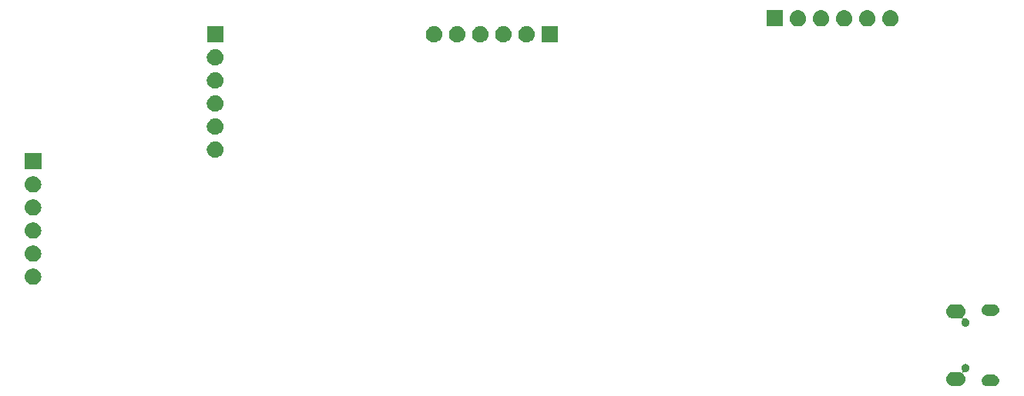
<source format=gbr>
G04 #@! TF.GenerationSoftware,KiCad,Pcbnew,(5.0.1)-3*
G04 #@! TF.CreationDate,2021-03-04T13:58:57-05:00*
G04 #@! TF.ProjectId,pilotage,70696C6F746167652E6B696361645F70,rev?*
G04 #@! TF.SameCoordinates,Original*
G04 #@! TF.FileFunction,Soldermask,Bot*
G04 #@! TF.FilePolarity,Negative*
%FSLAX46Y46*%
G04 Gerber Fmt 4.6, Leading zero omitted, Abs format (unit mm)*
G04 Created by KiCad (PCBNEW (5.0.1)-3) date 04/03/2021 13:58:57*
%MOMM*%
%LPD*%
G01*
G04 APERTURE LIST*
%ADD10C,0.100000*%
G04 APERTURE END LIST*
D10*
G36*
X186038413Y-96555525D02*
X186113456Y-96578290D01*
X186123425Y-96581314D01*
X186201774Y-96623193D01*
X186270448Y-96679552D01*
X186326807Y-96748226D01*
X186368686Y-96826575D01*
X186368687Y-96826579D01*
X186394475Y-96911587D01*
X186403182Y-97000000D01*
X186394475Y-97088413D01*
X186371710Y-97163456D01*
X186368686Y-97173425D01*
X186326807Y-97251774D01*
X186270448Y-97320448D01*
X186201774Y-97376807D01*
X186123425Y-97418686D01*
X186113456Y-97421710D01*
X186038413Y-97444475D01*
X185972158Y-97451000D01*
X185927842Y-97451000D01*
X185861589Y-97444475D01*
X185826511Y-97433833D01*
X185805476Y-97427453D01*
X185781449Y-97422673D01*
X185756945Y-97422673D01*
X185732911Y-97427453D01*
X185710272Y-97436830D01*
X185689897Y-97450444D01*
X185672570Y-97467770D01*
X185658956Y-97488145D01*
X185649578Y-97510784D01*
X185644797Y-97534817D01*
X185644797Y-97559321D01*
X185649577Y-97583355D01*
X185658954Y-97605994D01*
X185672568Y-97626369D01*
X185689895Y-97643696D01*
X185726368Y-97673630D01*
X185823341Y-97791790D01*
X185823342Y-97791792D01*
X185895399Y-97926601D01*
X185925408Y-98025529D01*
X185939772Y-98072881D01*
X185954754Y-98225000D01*
X185939772Y-98377119D01*
X185895398Y-98523401D01*
X185823341Y-98658210D01*
X185726369Y-98776369D01*
X185608210Y-98873341D01*
X185562043Y-98898018D01*
X185473399Y-98945399D01*
X185354352Y-98981511D01*
X185327119Y-98989772D01*
X185213118Y-99001000D01*
X184586882Y-99001000D01*
X184472881Y-98989772D01*
X184445648Y-98981511D01*
X184326601Y-98945399D01*
X184237957Y-98898018D01*
X184191790Y-98873341D01*
X184073631Y-98776369D01*
X183976659Y-98658210D01*
X183904602Y-98523401D01*
X183860228Y-98377119D01*
X183845246Y-98225000D01*
X183860228Y-98072881D01*
X183874592Y-98025529D01*
X183904601Y-97926601D01*
X183976658Y-97791792D01*
X183976659Y-97791790D01*
X184073631Y-97673631D01*
X184191790Y-97576659D01*
X184326599Y-97504602D01*
X184326601Y-97504601D01*
X184472878Y-97460229D01*
X184472881Y-97460228D01*
X184586882Y-97449000D01*
X185213118Y-97449000D01*
X185327119Y-97460228D01*
X185327122Y-97460229D01*
X185473399Y-97504601D01*
X185473401Y-97504602D01*
X185480792Y-97506844D01*
X185489246Y-97510345D01*
X185513279Y-97515123D01*
X185537784Y-97515121D01*
X185561817Y-97510338D01*
X185584455Y-97500959D01*
X185604828Y-97487344D01*
X185622154Y-97470015D01*
X185635766Y-97449639D01*
X185645142Y-97426999D01*
X185649920Y-97402966D01*
X185649918Y-97378461D01*
X185645135Y-97354428D01*
X185635756Y-97331790D01*
X185622150Y-97311429D01*
X185598504Y-97282615D01*
X185573193Y-97251775D01*
X185559809Y-97226735D01*
X185531314Y-97173425D01*
X185528290Y-97163456D01*
X185505525Y-97088413D01*
X185496818Y-97000000D01*
X185505525Y-96911587D01*
X185531313Y-96826579D01*
X185531314Y-96826575D01*
X185573193Y-96748226D01*
X185629552Y-96679552D01*
X185698226Y-96623193D01*
X185776575Y-96581314D01*
X185786544Y-96578290D01*
X185861587Y-96555525D01*
X185927842Y-96549000D01*
X185972158Y-96549000D01*
X186038413Y-96555525D01*
X186038413Y-96555525D01*
G37*
G36*
X189147714Y-97758058D02*
X189147717Y-97758059D01*
X189265719Y-97793854D01*
X189265721Y-97793855D01*
X189374471Y-97851983D01*
X189469790Y-97930210D01*
X189548017Y-98025529D01*
X189606145Y-98134279D01*
X189641942Y-98252286D01*
X189654028Y-98375000D01*
X189641942Y-98497714D01*
X189606145Y-98615721D01*
X189548017Y-98724471D01*
X189469790Y-98819790D01*
X189374471Y-98898017D01*
X189374469Y-98898018D01*
X189265719Y-98956146D01*
X189169683Y-98985278D01*
X189147714Y-98991942D01*
X189055747Y-99001000D01*
X188344253Y-99001000D01*
X188252286Y-98991942D01*
X188230317Y-98985278D01*
X188134281Y-98956146D01*
X188025531Y-98898018D01*
X188025529Y-98898017D01*
X187930210Y-98819790D01*
X187851983Y-98724471D01*
X187793855Y-98615721D01*
X187758058Y-98497714D01*
X187745972Y-98375000D01*
X187758058Y-98252286D01*
X187793855Y-98134279D01*
X187851983Y-98025529D01*
X187930210Y-97930210D01*
X188025529Y-97851983D01*
X188134279Y-97793855D01*
X188134281Y-97793854D01*
X188252283Y-97758059D01*
X188252286Y-97758058D01*
X188344253Y-97749000D01*
X189055747Y-97749000D01*
X189147714Y-97758058D01*
X189147714Y-97758058D01*
G37*
G36*
X185327119Y-90010228D02*
X185327122Y-90010229D01*
X185473399Y-90054601D01*
X185473401Y-90054602D01*
X185608210Y-90126659D01*
X185726369Y-90223631D01*
X185823341Y-90341790D01*
X185895398Y-90476599D01*
X185939772Y-90622881D01*
X185954754Y-90775000D01*
X185939772Y-90927119D01*
X185939771Y-90927122D01*
X185896494Y-91069790D01*
X185895398Y-91073401D01*
X185823341Y-91208210D01*
X185726368Y-91326370D01*
X185689895Y-91356304D01*
X185672568Y-91373631D01*
X185658954Y-91394006D01*
X185649577Y-91416645D01*
X185644797Y-91440678D01*
X185644797Y-91465183D01*
X185649578Y-91489216D01*
X185658956Y-91511855D01*
X185672570Y-91532229D01*
X185689897Y-91549556D01*
X185710272Y-91563170D01*
X185732911Y-91572547D01*
X185756944Y-91577327D01*
X185781449Y-91577327D01*
X185805476Y-91572547D01*
X185826511Y-91566167D01*
X185861589Y-91555525D01*
X185927842Y-91549000D01*
X185972158Y-91549000D01*
X186038413Y-91555525D01*
X186110281Y-91577327D01*
X186123425Y-91581314D01*
X186201774Y-91623193D01*
X186270448Y-91679552D01*
X186326807Y-91748226D01*
X186368686Y-91826575D01*
X186368687Y-91826579D01*
X186394475Y-91911587D01*
X186403182Y-92000000D01*
X186394475Y-92088413D01*
X186371710Y-92163456D01*
X186368686Y-92173425D01*
X186326807Y-92251774D01*
X186270448Y-92320448D01*
X186201774Y-92376807D01*
X186123425Y-92418686D01*
X186113456Y-92421710D01*
X186038413Y-92444475D01*
X185972158Y-92451000D01*
X185927842Y-92451000D01*
X185861587Y-92444475D01*
X185786544Y-92421710D01*
X185776575Y-92418686D01*
X185698226Y-92376807D01*
X185629552Y-92320448D01*
X185573193Y-92251774D01*
X185531314Y-92173425D01*
X185528290Y-92163456D01*
X185505525Y-92088413D01*
X185496818Y-92000000D01*
X185505525Y-91911587D01*
X185531313Y-91826579D01*
X185531314Y-91826575D01*
X185559809Y-91773265D01*
X185573193Y-91748225D01*
X185598504Y-91717385D01*
X185622150Y-91688571D01*
X185635761Y-91668202D01*
X185645138Y-91645563D01*
X185649919Y-91621529D01*
X185649919Y-91597025D01*
X185645139Y-91572992D01*
X185635762Y-91550352D01*
X185622148Y-91529978D01*
X185604821Y-91512650D01*
X185584447Y-91499036D01*
X185561808Y-91489659D01*
X185537774Y-91484878D01*
X185513270Y-91484878D01*
X185489237Y-91489658D01*
X185480788Y-91493157D01*
X185473401Y-91495398D01*
X185473399Y-91495399D01*
X185351985Y-91532229D01*
X185327119Y-91539772D01*
X185213118Y-91551000D01*
X184586882Y-91551000D01*
X184472881Y-91539772D01*
X184383471Y-91512650D01*
X184326601Y-91495399D01*
X184326599Y-91495398D01*
X184191790Y-91423341D01*
X184073631Y-91326369D01*
X183976659Y-91208210D01*
X183904602Y-91073401D01*
X183903507Y-91069790D01*
X183860229Y-90927122D01*
X183860228Y-90927119D01*
X183845246Y-90775000D01*
X183860228Y-90622881D01*
X183904602Y-90476599D01*
X183976659Y-90341790D01*
X184073631Y-90223631D01*
X184191790Y-90126659D01*
X184326599Y-90054602D01*
X184326601Y-90054601D01*
X184472878Y-90010229D01*
X184472881Y-90010228D01*
X184586882Y-89999000D01*
X185213118Y-89999000D01*
X185327119Y-90010228D01*
X185327119Y-90010228D01*
G37*
G36*
X189147714Y-90008058D02*
X189154871Y-90010229D01*
X189265719Y-90043854D01*
X189265721Y-90043855D01*
X189374471Y-90101983D01*
X189469790Y-90180210D01*
X189548017Y-90275529D01*
X189606145Y-90384279D01*
X189641942Y-90502286D01*
X189654028Y-90625000D01*
X189641942Y-90747714D01*
X189606145Y-90865721D01*
X189548017Y-90974471D01*
X189469790Y-91069790D01*
X189374471Y-91148017D01*
X189374469Y-91148018D01*
X189265719Y-91206146D01*
X189169683Y-91235278D01*
X189147714Y-91241942D01*
X189055747Y-91251000D01*
X188344253Y-91251000D01*
X188252286Y-91241942D01*
X188230317Y-91235278D01*
X188134281Y-91206146D01*
X188025531Y-91148018D01*
X188025529Y-91148017D01*
X187930210Y-91069790D01*
X187851983Y-90974471D01*
X187793855Y-90865721D01*
X187758058Y-90747714D01*
X187745972Y-90625000D01*
X187758058Y-90502286D01*
X187793855Y-90384279D01*
X187851983Y-90275529D01*
X187930210Y-90180210D01*
X188025529Y-90101983D01*
X188134279Y-90043855D01*
X188134281Y-90043854D01*
X188245129Y-90010229D01*
X188252286Y-90008058D01*
X188344253Y-89999000D01*
X189055747Y-89999000D01*
X189147714Y-90008058D01*
X189147714Y-90008058D01*
G37*
G36*
X83610443Y-86055519D02*
X83676627Y-86062037D01*
X83789853Y-86096384D01*
X83846467Y-86113557D01*
X83985087Y-86187652D01*
X84002991Y-86197222D01*
X84038729Y-86226552D01*
X84140186Y-86309814D01*
X84223448Y-86411271D01*
X84252778Y-86447009D01*
X84252779Y-86447011D01*
X84336443Y-86603533D01*
X84336443Y-86603534D01*
X84387963Y-86773373D01*
X84405359Y-86950000D01*
X84387963Y-87126627D01*
X84353616Y-87239853D01*
X84336443Y-87296467D01*
X84262348Y-87435087D01*
X84252778Y-87452991D01*
X84223448Y-87488729D01*
X84140186Y-87590186D01*
X84038729Y-87673448D01*
X84002991Y-87702778D01*
X84002989Y-87702779D01*
X83846467Y-87786443D01*
X83789853Y-87803616D01*
X83676627Y-87837963D01*
X83610442Y-87844482D01*
X83544260Y-87851000D01*
X83455740Y-87851000D01*
X83389558Y-87844482D01*
X83323373Y-87837963D01*
X83210147Y-87803616D01*
X83153533Y-87786443D01*
X82997011Y-87702779D01*
X82997009Y-87702778D01*
X82961271Y-87673448D01*
X82859814Y-87590186D01*
X82776552Y-87488729D01*
X82747222Y-87452991D01*
X82737652Y-87435087D01*
X82663557Y-87296467D01*
X82646384Y-87239853D01*
X82612037Y-87126627D01*
X82594641Y-86950000D01*
X82612037Y-86773373D01*
X82663557Y-86603534D01*
X82663557Y-86603533D01*
X82747221Y-86447011D01*
X82747222Y-86447009D01*
X82776552Y-86411271D01*
X82859814Y-86309814D01*
X82961271Y-86226552D01*
X82997009Y-86197222D01*
X83014913Y-86187652D01*
X83153533Y-86113557D01*
X83210147Y-86096384D01*
X83323373Y-86062037D01*
X83389557Y-86055519D01*
X83455740Y-86049000D01*
X83544260Y-86049000D01*
X83610443Y-86055519D01*
X83610443Y-86055519D01*
G37*
G36*
X83610442Y-83515518D02*
X83676627Y-83522037D01*
X83789853Y-83556384D01*
X83846467Y-83573557D01*
X83985087Y-83647652D01*
X84002991Y-83657222D01*
X84038729Y-83686552D01*
X84140186Y-83769814D01*
X84223448Y-83871271D01*
X84252778Y-83907009D01*
X84252779Y-83907011D01*
X84336443Y-84063533D01*
X84336443Y-84063534D01*
X84387963Y-84233373D01*
X84405359Y-84410000D01*
X84387963Y-84586627D01*
X84353616Y-84699853D01*
X84336443Y-84756467D01*
X84262348Y-84895087D01*
X84252778Y-84912991D01*
X84223448Y-84948729D01*
X84140186Y-85050186D01*
X84038729Y-85133448D01*
X84002991Y-85162778D01*
X84002989Y-85162779D01*
X83846467Y-85246443D01*
X83789853Y-85263616D01*
X83676627Y-85297963D01*
X83610443Y-85304481D01*
X83544260Y-85311000D01*
X83455740Y-85311000D01*
X83389557Y-85304481D01*
X83323373Y-85297963D01*
X83210147Y-85263616D01*
X83153533Y-85246443D01*
X82997011Y-85162779D01*
X82997009Y-85162778D01*
X82961271Y-85133448D01*
X82859814Y-85050186D01*
X82776552Y-84948729D01*
X82747222Y-84912991D01*
X82737652Y-84895087D01*
X82663557Y-84756467D01*
X82646384Y-84699853D01*
X82612037Y-84586627D01*
X82594641Y-84410000D01*
X82612037Y-84233373D01*
X82663557Y-84063534D01*
X82663557Y-84063533D01*
X82747221Y-83907011D01*
X82747222Y-83907009D01*
X82776552Y-83871271D01*
X82859814Y-83769814D01*
X82961271Y-83686552D01*
X82997009Y-83657222D01*
X83014913Y-83647652D01*
X83153533Y-83573557D01*
X83210147Y-83556384D01*
X83323373Y-83522037D01*
X83389558Y-83515518D01*
X83455740Y-83509000D01*
X83544260Y-83509000D01*
X83610442Y-83515518D01*
X83610442Y-83515518D01*
G37*
G36*
X83610442Y-80975518D02*
X83676627Y-80982037D01*
X83789853Y-81016384D01*
X83846467Y-81033557D01*
X83985087Y-81107652D01*
X84002991Y-81117222D01*
X84038729Y-81146552D01*
X84140186Y-81229814D01*
X84223448Y-81331271D01*
X84252778Y-81367009D01*
X84252779Y-81367011D01*
X84336443Y-81523533D01*
X84336443Y-81523534D01*
X84387963Y-81693373D01*
X84405359Y-81870000D01*
X84387963Y-82046627D01*
X84353616Y-82159853D01*
X84336443Y-82216467D01*
X84262348Y-82355087D01*
X84252778Y-82372991D01*
X84223448Y-82408729D01*
X84140186Y-82510186D01*
X84038729Y-82593448D01*
X84002991Y-82622778D01*
X84002989Y-82622779D01*
X83846467Y-82706443D01*
X83789853Y-82723616D01*
X83676627Y-82757963D01*
X83610443Y-82764481D01*
X83544260Y-82771000D01*
X83455740Y-82771000D01*
X83389557Y-82764481D01*
X83323373Y-82757963D01*
X83210147Y-82723616D01*
X83153533Y-82706443D01*
X82997011Y-82622779D01*
X82997009Y-82622778D01*
X82961271Y-82593448D01*
X82859814Y-82510186D01*
X82776552Y-82408729D01*
X82747222Y-82372991D01*
X82737652Y-82355087D01*
X82663557Y-82216467D01*
X82646384Y-82159853D01*
X82612037Y-82046627D01*
X82594641Y-81870000D01*
X82612037Y-81693373D01*
X82663557Y-81523534D01*
X82663557Y-81523533D01*
X82747221Y-81367011D01*
X82747222Y-81367009D01*
X82776552Y-81331271D01*
X82859814Y-81229814D01*
X82961271Y-81146552D01*
X82997009Y-81117222D01*
X83014913Y-81107652D01*
X83153533Y-81033557D01*
X83210147Y-81016384D01*
X83323373Y-80982037D01*
X83389558Y-80975518D01*
X83455740Y-80969000D01*
X83544260Y-80969000D01*
X83610442Y-80975518D01*
X83610442Y-80975518D01*
G37*
G36*
X83610443Y-78435519D02*
X83676627Y-78442037D01*
X83789853Y-78476384D01*
X83846467Y-78493557D01*
X83985087Y-78567652D01*
X84002991Y-78577222D01*
X84038729Y-78606552D01*
X84140186Y-78689814D01*
X84223448Y-78791271D01*
X84252778Y-78827009D01*
X84252779Y-78827011D01*
X84336443Y-78983533D01*
X84336443Y-78983534D01*
X84387963Y-79153373D01*
X84405359Y-79330000D01*
X84387963Y-79506627D01*
X84353616Y-79619853D01*
X84336443Y-79676467D01*
X84262348Y-79815087D01*
X84252778Y-79832991D01*
X84223448Y-79868729D01*
X84140186Y-79970186D01*
X84038729Y-80053448D01*
X84002991Y-80082778D01*
X84002989Y-80082779D01*
X83846467Y-80166443D01*
X83789853Y-80183616D01*
X83676627Y-80217963D01*
X83610442Y-80224482D01*
X83544260Y-80231000D01*
X83455740Y-80231000D01*
X83389558Y-80224482D01*
X83323373Y-80217963D01*
X83210147Y-80183616D01*
X83153533Y-80166443D01*
X82997011Y-80082779D01*
X82997009Y-80082778D01*
X82961271Y-80053448D01*
X82859814Y-79970186D01*
X82776552Y-79868729D01*
X82747222Y-79832991D01*
X82737652Y-79815087D01*
X82663557Y-79676467D01*
X82646384Y-79619853D01*
X82612037Y-79506627D01*
X82594641Y-79330000D01*
X82612037Y-79153373D01*
X82663557Y-78983534D01*
X82663557Y-78983533D01*
X82747221Y-78827011D01*
X82747222Y-78827009D01*
X82776552Y-78791271D01*
X82859814Y-78689814D01*
X82961271Y-78606552D01*
X82997009Y-78577222D01*
X83014913Y-78567652D01*
X83153533Y-78493557D01*
X83210147Y-78476384D01*
X83323373Y-78442037D01*
X83389557Y-78435519D01*
X83455740Y-78429000D01*
X83544260Y-78429000D01*
X83610443Y-78435519D01*
X83610443Y-78435519D01*
G37*
G36*
X83610443Y-75895519D02*
X83676627Y-75902037D01*
X83789853Y-75936384D01*
X83846467Y-75953557D01*
X83985087Y-76027652D01*
X84002991Y-76037222D01*
X84038729Y-76066552D01*
X84140186Y-76149814D01*
X84223448Y-76251271D01*
X84252778Y-76287009D01*
X84252779Y-76287011D01*
X84336443Y-76443533D01*
X84336443Y-76443534D01*
X84387963Y-76613373D01*
X84405359Y-76790000D01*
X84387963Y-76966627D01*
X84353616Y-77079853D01*
X84336443Y-77136467D01*
X84262348Y-77275087D01*
X84252778Y-77292991D01*
X84223448Y-77328729D01*
X84140186Y-77430186D01*
X84038729Y-77513448D01*
X84002991Y-77542778D01*
X84002989Y-77542779D01*
X83846467Y-77626443D01*
X83789853Y-77643616D01*
X83676627Y-77677963D01*
X83610442Y-77684482D01*
X83544260Y-77691000D01*
X83455740Y-77691000D01*
X83389558Y-77684482D01*
X83323373Y-77677963D01*
X83210147Y-77643616D01*
X83153533Y-77626443D01*
X82997011Y-77542779D01*
X82997009Y-77542778D01*
X82961271Y-77513448D01*
X82859814Y-77430186D01*
X82776552Y-77328729D01*
X82747222Y-77292991D01*
X82737652Y-77275087D01*
X82663557Y-77136467D01*
X82646384Y-77079853D01*
X82612037Y-76966627D01*
X82594641Y-76790000D01*
X82612037Y-76613373D01*
X82663557Y-76443534D01*
X82663557Y-76443533D01*
X82747221Y-76287011D01*
X82747222Y-76287009D01*
X82776552Y-76251271D01*
X82859814Y-76149814D01*
X82961271Y-76066552D01*
X82997009Y-76037222D01*
X83014913Y-76027652D01*
X83153533Y-75953557D01*
X83210147Y-75936384D01*
X83323373Y-75902037D01*
X83389557Y-75895519D01*
X83455740Y-75889000D01*
X83544260Y-75889000D01*
X83610443Y-75895519D01*
X83610443Y-75895519D01*
G37*
G36*
X84401000Y-75151000D02*
X82599000Y-75151000D01*
X82599000Y-73349000D01*
X84401000Y-73349000D01*
X84401000Y-75151000D01*
X84401000Y-75151000D01*
G37*
G36*
X103610443Y-72055519D02*
X103676627Y-72062037D01*
X103789853Y-72096384D01*
X103846467Y-72113557D01*
X103985087Y-72187652D01*
X104002991Y-72197222D01*
X104038729Y-72226552D01*
X104140186Y-72309814D01*
X104223448Y-72411271D01*
X104252778Y-72447009D01*
X104252779Y-72447011D01*
X104336443Y-72603533D01*
X104336443Y-72603534D01*
X104387963Y-72773373D01*
X104405359Y-72950000D01*
X104387963Y-73126627D01*
X104353616Y-73239853D01*
X104336443Y-73296467D01*
X104308363Y-73349000D01*
X104252778Y-73452991D01*
X104223448Y-73488729D01*
X104140186Y-73590186D01*
X104038729Y-73673448D01*
X104002991Y-73702778D01*
X104002989Y-73702779D01*
X103846467Y-73786443D01*
X103789853Y-73803616D01*
X103676627Y-73837963D01*
X103610442Y-73844482D01*
X103544260Y-73851000D01*
X103455740Y-73851000D01*
X103389558Y-73844482D01*
X103323373Y-73837963D01*
X103210147Y-73803616D01*
X103153533Y-73786443D01*
X102997011Y-73702779D01*
X102997009Y-73702778D01*
X102961271Y-73673448D01*
X102859814Y-73590186D01*
X102776552Y-73488729D01*
X102747222Y-73452991D01*
X102691637Y-73349000D01*
X102663557Y-73296467D01*
X102646384Y-73239853D01*
X102612037Y-73126627D01*
X102594641Y-72950000D01*
X102612037Y-72773373D01*
X102663557Y-72603534D01*
X102663557Y-72603533D01*
X102747221Y-72447011D01*
X102747222Y-72447009D01*
X102776552Y-72411271D01*
X102859814Y-72309814D01*
X102961271Y-72226552D01*
X102997009Y-72197222D01*
X103014913Y-72187652D01*
X103153533Y-72113557D01*
X103210147Y-72096384D01*
X103323373Y-72062037D01*
X103389557Y-72055519D01*
X103455740Y-72049000D01*
X103544260Y-72049000D01*
X103610443Y-72055519D01*
X103610443Y-72055519D01*
G37*
G36*
X103610442Y-69515518D02*
X103676627Y-69522037D01*
X103789853Y-69556384D01*
X103846467Y-69573557D01*
X103985087Y-69647652D01*
X104002991Y-69657222D01*
X104038729Y-69686552D01*
X104140186Y-69769814D01*
X104223448Y-69871271D01*
X104252778Y-69907009D01*
X104252779Y-69907011D01*
X104336443Y-70063533D01*
X104336443Y-70063534D01*
X104387963Y-70233373D01*
X104405359Y-70410000D01*
X104387963Y-70586627D01*
X104353616Y-70699853D01*
X104336443Y-70756467D01*
X104262348Y-70895087D01*
X104252778Y-70912991D01*
X104223448Y-70948729D01*
X104140186Y-71050186D01*
X104038729Y-71133448D01*
X104002991Y-71162778D01*
X104002989Y-71162779D01*
X103846467Y-71246443D01*
X103789853Y-71263616D01*
X103676627Y-71297963D01*
X103610443Y-71304481D01*
X103544260Y-71311000D01*
X103455740Y-71311000D01*
X103389557Y-71304481D01*
X103323373Y-71297963D01*
X103210147Y-71263616D01*
X103153533Y-71246443D01*
X102997011Y-71162779D01*
X102997009Y-71162778D01*
X102961271Y-71133448D01*
X102859814Y-71050186D01*
X102776552Y-70948729D01*
X102747222Y-70912991D01*
X102737652Y-70895087D01*
X102663557Y-70756467D01*
X102646384Y-70699853D01*
X102612037Y-70586627D01*
X102594641Y-70410000D01*
X102612037Y-70233373D01*
X102663557Y-70063534D01*
X102663557Y-70063533D01*
X102747221Y-69907011D01*
X102747222Y-69907009D01*
X102776552Y-69871271D01*
X102859814Y-69769814D01*
X102961271Y-69686552D01*
X102997009Y-69657222D01*
X103014913Y-69647652D01*
X103153533Y-69573557D01*
X103210147Y-69556384D01*
X103323373Y-69522037D01*
X103389558Y-69515518D01*
X103455740Y-69509000D01*
X103544260Y-69509000D01*
X103610442Y-69515518D01*
X103610442Y-69515518D01*
G37*
G36*
X103610443Y-66975519D02*
X103676627Y-66982037D01*
X103789853Y-67016384D01*
X103846467Y-67033557D01*
X103985087Y-67107652D01*
X104002991Y-67117222D01*
X104038729Y-67146552D01*
X104140186Y-67229814D01*
X104223448Y-67331271D01*
X104252778Y-67367009D01*
X104252779Y-67367011D01*
X104336443Y-67523533D01*
X104336443Y-67523534D01*
X104387963Y-67693373D01*
X104405359Y-67870000D01*
X104387963Y-68046627D01*
X104353616Y-68159853D01*
X104336443Y-68216467D01*
X104262348Y-68355087D01*
X104252778Y-68372991D01*
X104223448Y-68408729D01*
X104140186Y-68510186D01*
X104038729Y-68593448D01*
X104002991Y-68622778D01*
X104002989Y-68622779D01*
X103846467Y-68706443D01*
X103789853Y-68723616D01*
X103676627Y-68757963D01*
X103610442Y-68764482D01*
X103544260Y-68771000D01*
X103455740Y-68771000D01*
X103389558Y-68764482D01*
X103323373Y-68757963D01*
X103210147Y-68723616D01*
X103153533Y-68706443D01*
X102997011Y-68622779D01*
X102997009Y-68622778D01*
X102961271Y-68593448D01*
X102859814Y-68510186D01*
X102776552Y-68408729D01*
X102747222Y-68372991D01*
X102737652Y-68355087D01*
X102663557Y-68216467D01*
X102646384Y-68159853D01*
X102612037Y-68046627D01*
X102594641Y-67870000D01*
X102612037Y-67693373D01*
X102663557Y-67523534D01*
X102663557Y-67523533D01*
X102747221Y-67367011D01*
X102747222Y-67367009D01*
X102776552Y-67331271D01*
X102859814Y-67229814D01*
X102961271Y-67146552D01*
X102997009Y-67117222D01*
X103014913Y-67107652D01*
X103153533Y-67033557D01*
X103210147Y-67016384D01*
X103323373Y-66982037D01*
X103389557Y-66975519D01*
X103455740Y-66969000D01*
X103544260Y-66969000D01*
X103610443Y-66975519D01*
X103610443Y-66975519D01*
G37*
G36*
X103610442Y-64435518D02*
X103676627Y-64442037D01*
X103789853Y-64476384D01*
X103846467Y-64493557D01*
X103985087Y-64567652D01*
X104002991Y-64577222D01*
X104038729Y-64606552D01*
X104140186Y-64689814D01*
X104223448Y-64791271D01*
X104252778Y-64827009D01*
X104252779Y-64827011D01*
X104336443Y-64983533D01*
X104336443Y-64983534D01*
X104387963Y-65153373D01*
X104405359Y-65330000D01*
X104387963Y-65506627D01*
X104353616Y-65619853D01*
X104336443Y-65676467D01*
X104262348Y-65815087D01*
X104252778Y-65832991D01*
X104223448Y-65868729D01*
X104140186Y-65970186D01*
X104038729Y-66053448D01*
X104002991Y-66082778D01*
X104002989Y-66082779D01*
X103846467Y-66166443D01*
X103789853Y-66183616D01*
X103676627Y-66217963D01*
X103610442Y-66224482D01*
X103544260Y-66231000D01*
X103455740Y-66231000D01*
X103389558Y-66224482D01*
X103323373Y-66217963D01*
X103210147Y-66183616D01*
X103153533Y-66166443D01*
X102997011Y-66082779D01*
X102997009Y-66082778D01*
X102961271Y-66053448D01*
X102859814Y-65970186D01*
X102776552Y-65868729D01*
X102747222Y-65832991D01*
X102737652Y-65815087D01*
X102663557Y-65676467D01*
X102646384Y-65619853D01*
X102612037Y-65506627D01*
X102594641Y-65330000D01*
X102612037Y-65153373D01*
X102663557Y-64983534D01*
X102663557Y-64983533D01*
X102747221Y-64827011D01*
X102747222Y-64827009D01*
X102776552Y-64791271D01*
X102859814Y-64689814D01*
X102961271Y-64606552D01*
X102997009Y-64577222D01*
X103014913Y-64567652D01*
X103153533Y-64493557D01*
X103210147Y-64476384D01*
X103323373Y-64442037D01*
X103389558Y-64435518D01*
X103455740Y-64429000D01*
X103544260Y-64429000D01*
X103610442Y-64435518D01*
X103610442Y-64435518D01*
G37*
G36*
X103610442Y-61895518D02*
X103676627Y-61902037D01*
X103789853Y-61936384D01*
X103846467Y-61953557D01*
X103985087Y-62027652D01*
X104002991Y-62037222D01*
X104038729Y-62066552D01*
X104140186Y-62149814D01*
X104223448Y-62251271D01*
X104252778Y-62287009D01*
X104252779Y-62287011D01*
X104336443Y-62443533D01*
X104336443Y-62443534D01*
X104387963Y-62613373D01*
X104405359Y-62790000D01*
X104387963Y-62966627D01*
X104353616Y-63079853D01*
X104336443Y-63136467D01*
X104262348Y-63275087D01*
X104252778Y-63292991D01*
X104223448Y-63328729D01*
X104140186Y-63430186D01*
X104038729Y-63513448D01*
X104002991Y-63542778D01*
X104002989Y-63542779D01*
X103846467Y-63626443D01*
X103789853Y-63643616D01*
X103676627Y-63677963D01*
X103610443Y-63684481D01*
X103544260Y-63691000D01*
X103455740Y-63691000D01*
X103389557Y-63684481D01*
X103323373Y-63677963D01*
X103210147Y-63643616D01*
X103153533Y-63626443D01*
X102997011Y-63542779D01*
X102997009Y-63542778D01*
X102961271Y-63513448D01*
X102859814Y-63430186D01*
X102776552Y-63328729D01*
X102747222Y-63292991D01*
X102737652Y-63275087D01*
X102663557Y-63136467D01*
X102646384Y-63079853D01*
X102612037Y-62966627D01*
X102594641Y-62790000D01*
X102612037Y-62613373D01*
X102663557Y-62443534D01*
X102663557Y-62443533D01*
X102747221Y-62287011D01*
X102747222Y-62287009D01*
X102776552Y-62251271D01*
X102859814Y-62149814D01*
X102961271Y-62066552D01*
X102997009Y-62037222D01*
X103014913Y-62027652D01*
X103153533Y-61953557D01*
X103210147Y-61936384D01*
X103323373Y-61902037D01*
X103389558Y-61895518D01*
X103455740Y-61889000D01*
X103544260Y-61889000D01*
X103610442Y-61895518D01*
X103610442Y-61895518D01*
G37*
G36*
X141151000Y-61151000D02*
X139349000Y-61151000D01*
X139349000Y-59349000D01*
X141151000Y-59349000D01*
X141151000Y-61151000D01*
X141151000Y-61151000D01*
G37*
G36*
X137820442Y-59355518D02*
X137886627Y-59362037D01*
X137999853Y-59396384D01*
X138056467Y-59413557D01*
X138195087Y-59487652D01*
X138212991Y-59497222D01*
X138248729Y-59526552D01*
X138350186Y-59609814D01*
X138433448Y-59711271D01*
X138462778Y-59747009D01*
X138462779Y-59747011D01*
X138546443Y-59903533D01*
X138546443Y-59903534D01*
X138597963Y-60073373D01*
X138615359Y-60250000D01*
X138597963Y-60426627D01*
X138563616Y-60539853D01*
X138546443Y-60596467D01*
X138472348Y-60735087D01*
X138462778Y-60752991D01*
X138433448Y-60788729D01*
X138350186Y-60890186D01*
X138248729Y-60973448D01*
X138212991Y-61002778D01*
X138212989Y-61002779D01*
X138056467Y-61086443D01*
X137999853Y-61103616D01*
X137886627Y-61137963D01*
X137820443Y-61144481D01*
X137754260Y-61151000D01*
X137665740Y-61151000D01*
X137599557Y-61144481D01*
X137533373Y-61137963D01*
X137420147Y-61103616D01*
X137363533Y-61086443D01*
X137207011Y-61002779D01*
X137207009Y-61002778D01*
X137171271Y-60973448D01*
X137069814Y-60890186D01*
X136986552Y-60788729D01*
X136957222Y-60752991D01*
X136947652Y-60735087D01*
X136873557Y-60596467D01*
X136856384Y-60539853D01*
X136822037Y-60426627D01*
X136804641Y-60250000D01*
X136822037Y-60073373D01*
X136873557Y-59903534D01*
X136873557Y-59903533D01*
X136957221Y-59747011D01*
X136957222Y-59747009D01*
X136986552Y-59711271D01*
X137069814Y-59609814D01*
X137171271Y-59526552D01*
X137207009Y-59497222D01*
X137224913Y-59487652D01*
X137363533Y-59413557D01*
X137420147Y-59396384D01*
X137533373Y-59362037D01*
X137599558Y-59355518D01*
X137665740Y-59349000D01*
X137754260Y-59349000D01*
X137820442Y-59355518D01*
X137820442Y-59355518D01*
G37*
G36*
X135280442Y-59355518D02*
X135346627Y-59362037D01*
X135459853Y-59396384D01*
X135516467Y-59413557D01*
X135655087Y-59487652D01*
X135672991Y-59497222D01*
X135708729Y-59526552D01*
X135810186Y-59609814D01*
X135893448Y-59711271D01*
X135922778Y-59747009D01*
X135922779Y-59747011D01*
X136006443Y-59903533D01*
X136006443Y-59903534D01*
X136057963Y-60073373D01*
X136075359Y-60250000D01*
X136057963Y-60426627D01*
X136023616Y-60539853D01*
X136006443Y-60596467D01*
X135932348Y-60735087D01*
X135922778Y-60752991D01*
X135893448Y-60788729D01*
X135810186Y-60890186D01*
X135708729Y-60973448D01*
X135672991Y-61002778D01*
X135672989Y-61002779D01*
X135516467Y-61086443D01*
X135459853Y-61103616D01*
X135346627Y-61137963D01*
X135280443Y-61144481D01*
X135214260Y-61151000D01*
X135125740Y-61151000D01*
X135059557Y-61144481D01*
X134993373Y-61137963D01*
X134880147Y-61103616D01*
X134823533Y-61086443D01*
X134667011Y-61002779D01*
X134667009Y-61002778D01*
X134631271Y-60973448D01*
X134529814Y-60890186D01*
X134446552Y-60788729D01*
X134417222Y-60752991D01*
X134407652Y-60735087D01*
X134333557Y-60596467D01*
X134316384Y-60539853D01*
X134282037Y-60426627D01*
X134264641Y-60250000D01*
X134282037Y-60073373D01*
X134333557Y-59903534D01*
X134333557Y-59903533D01*
X134417221Y-59747011D01*
X134417222Y-59747009D01*
X134446552Y-59711271D01*
X134529814Y-59609814D01*
X134631271Y-59526552D01*
X134667009Y-59497222D01*
X134684913Y-59487652D01*
X134823533Y-59413557D01*
X134880147Y-59396384D01*
X134993373Y-59362037D01*
X135059558Y-59355518D01*
X135125740Y-59349000D01*
X135214260Y-59349000D01*
X135280442Y-59355518D01*
X135280442Y-59355518D01*
G37*
G36*
X132740442Y-59355518D02*
X132806627Y-59362037D01*
X132919853Y-59396384D01*
X132976467Y-59413557D01*
X133115087Y-59487652D01*
X133132991Y-59497222D01*
X133168729Y-59526552D01*
X133270186Y-59609814D01*
X133353448Y-59711271D01*
X133382778Y-59747009D01*
X133382779Y-59747011D01*
X133466443Y-59903533D01*
X133466443Y-59903534D01*
X133517963Y-60073373D01*
X133535359Y-60250000D01*
X133517963Y-60426627D01*
X133483616Y-60539853D01*
X133466443Y-60596467D01*
X133392348Y-60735087D01*
X133382778Y-60752991D01*
X133353448Y-60788729D01*
X133270186Y-60890186D01*
X133168729Y-60973448D01*
X133132991Y-61002778D01*
X133132989Y-61002779D01*
X132976467Y-61086443D01*
X132919853Y-61103616D01*
X132806627Y-61137963D01*
X132740443Y-61144481D01*
X132674260Y-61151000D01*
X132585740Y-61151000D01*
X132519557Y-61144481D01*
X132453373Y-61137963D01*
X132340147Y-61103616D01*
X132283533Y-61086443D01*
X132127011Y-61002779D01*
X132127009Y-61002778D01*
X132091271Y-60973448D01*
X131989814Y-60890186D01*
X131906552Y-60788729D01*
X131877222Y-60752991D01*
X131867652Y-60735087D01*
X131793557Y-60596467D01*
X131776384Y-60539853D01*
X131742037Y-60426627D01*
X131724641Y-60250000D01*
X131742037Y-60073373D01*
X131793557Y-59903534D01*
X131793557Y-59903533D01*
X131877221Y-59747011D01*
X131877222Y-59747009D01*
X131906552Y-59711271D01*
X131989814Y-59609814D01*
X132091271Y-59526552D01*
X132127009Y-59497222D01*
X132144913Y-59487652D01*
X132283533Y-59413557D01*
X132340147Y-59396384D01*
X132453373Y-59362037D01*
X132519558Y-59355518D01*
X132585740Y-59349000D01*
X132674260Y-59349000D01*
X132740442Y-59355518D01*
X132740442Y-59355518D01*
G37*
G36*
X130200442Y-59355518D02*
X130266627Y-59362037D01*
X130379853Y-59396384D01*
X130436467Y-59413557D01*
X130575087Y-59487652D01*
X130592991Y-59497222D01*
X130628729Y-59526552D01*
X130730186Y-59609814D01*
X130813448Y-59711271D01*
X130842778Y-59747009D01*
X130842779Y-59747011D01*
X130926443Y-59903533D01*
X130926443Y-59903534D01*
X130977963Y-60073373D01*
X130995359Y-60250000D01*
X130977963Y-60426627D01*
X130943616Y-60539853D01*
X130926443Y-60596467D01*
X130852348Y-60735087D01*
X130842778Y-60752991D01*
X130813448Y-60788729D01*
X130730186Y-60890186D01*
X130628729Y-60973448D01*
X130592991Y-61002778D01*
X130592989Y-61002779D01*
X130436467Y-61086443D01*
X130379853Y-61103616D01*
X130266627Y-61137963D01*
X130200443Y-61144481D01*
X130134260Y-61151000D01*
X130045740Y-61151000D01*
X129979557Y-61144481D01*
X129913373Y-61137963D01*
X129800147Y-61103616D01*
X129743533Y-61086443D01*
X129587011Y-61002779D01*
X129587009Y-61002778D01*
X129551271Y-60973448D01*
X129449814Y-60890186D01*
X129366552Y-60788729D01*
X129337222Y-60752991D01*
X129327652Y-60735087D01*
X129253557Y-60596467D01*
X129236384Y-60539853D01*
X129202037Y-60426627D01*
X129184641Y-60250000D01*
X129202037Y-60073373D01*
X129253557Y-59903534D01*
X129253557Y-59903533D01*
X129337221Y-59747011D01*
X129337222Y-59747009D01*
X129366552Y-59711271D01*
X129449814Y-59609814D01*
X129551271Y-59526552D01*
X129587009Y-59497222D01*
X129604913Y-59487652D01*
X129743533Y-59413557D01*
X129800147Y-59396384D01*
X129913373Y-59362037D01*
X129979558Y-59355518D01*
X130045740Y-59349000D01*
X130134260Y-59349000D01*
X130200442Y-59355518D01*
X130200442Y-59355518D01*
G37*
G36*
X127660442Y-59355518D02*
X127726627Y-59362037D01*
X127839853Y-59396384D01*
X127896467Y-59413557D01*
X128035087Y-59487652D01*
X128052991Y-59497222D01*
X128088729Y-59526552D01*
X128190186Y-59609814D01*
X128273448Y-59711271D01*
X128302778Y-59747009D01*
X128302779Y-59747011D01*
X128386443Y-59903533D01*
X128386443Y-59903534D01*
X128437963Y-60073373D01*
X128455359Y-60250000D01*
X128437963Y-60426627D01*
X128403616Y-60539853D01*
X128386443Y-60596467D01*
X128312348Y-60735087D01*
X128302778Y-60752991D01*
X128273448Y-60788729D01*
X128190186Y-60890186D01*
X128088729Y-60973448D01*
X128052991Y-61002778D01*
X128052989Y-61002779D01*
X127896467Y-61086443D01*
X127839853Y-61103616D01*
X127726627Y-61137963D01*
X127660443Y-61144481D01*
X127594260Y-61151000D01*
X127505740Y-61151000D01*
X127439557Y-61144481D01*
X127373373Y-61137963D01*
X127260147Y-61103616D01*
X127203533Y-61086443D01*
X127047011Y-61002779D01*
X127047009Y-61002778D01*
X127011271Y-60973448D01*
X126909814Y-60890186D01*
X126826552Y-60788729D01*
X126797222Y-60752991D01*
X126787652Y-60735087D01*
X126713557Y-60596467D01*
X126696384Y-60539853D01*
X126662037Y-60426627D01*
X126644641Y-60250000D01*
X126662037Y-60073373D01*
X126713557Y-59903534D01*
X126713557Y-59903533D01*
X126797221Y-59747011D01*
X126797222Y-59747009D01*
X126826552Y-59711271D01*
X126909814Y-59609814D01*
X127011271Y-59526552D01*
X127047009Y-59497222D01*
X127064913Y-59487652D01*
X127203533Y-59413557D01*
X127260147Y-59396384D01*
X127373373Y-59362037D01*
X127439558Y-59355518D01*
X127505740Y-59349000D01*
X127594260Y-59349000D01*
X127660442Y-59355518D01*
X127660442Y-59355518D01*
G37*
G36*
X104401000Y-61151000D02*
X102599000Y-61151000D01*
X102599000Y-59349000D01*
X104401000Y-59349000D01*
X104401000Y-61151000D01*
X104401000Y-61151000D01*
G37*
G36*
X167650442Y-57605518D02*
X167716627Y-57612037D01*
X167829853Y-57646384D01*
X167886467Y-57663557D01*
X168025087Y-57737652D01*
X168042991Y-57747222D01*
X168078729Y-57776552D01*
X168180186Y-57859814D01*
X168263448Y-57961271D01*
X168292778Y-57997009D01*
X168292779Y-57997011D01*
X168376443Y-58153533D01*
X168376443Y-58153534D01*
X168427963Y-58323373D01*
X168445359Y-58500000D01*
X168427963Y-58676627D01*
X168393616Y-58789853D01*
X168376443Y-58846467D01*
X168302348Y-58985087D01*
X168292778Y-59002991D01*
X168263448Y-59038729D01*
X168180186Y-59140186D01*
X168078729Y-59223448D01*
X168042991Y-59252778D01*
X168042989Y-59252779D01*
X167886467Y-59336443D01*
X167845071Y-59349000D01*
X167716627Y-59387963D01*
X167650443Y-59394481D01*
X167584260Y-59401000D01*
X167495740Y-59401000D01*
X167429557Y-59394481D01*
X167363373Y-59387963D01*
X167234929Y-59349000D01*
X167193533Y-59336443D01*
X167037011Y-59252779D01*
X167037009Y-59252778D01*
X167001271Y-59223448D01*
X166899814Y-59140186D01*
X166816552Y-59038729D01*
X166787222Y-59002991D01*
X166777652Y-58985087D01*
X166703557Y-58846467D01*
X166686384Y-58789853D01*
X166652037Y-58676627D01*
X166634641Y-58500000D01*
X166652037Y-58323373D01*
X166703557Y-58153534D01*
X166703557Y-58153533D01*
X166787221Y-57997011D01*
X166787222Y-57997009D01*
X166816552Y-57961271D01*
X166899814Y-57859814D01*
X167001271Y-57776552D01*
X167037009Y-57747222D01*
X167054913Y-57737652D01*
X167193533Y-57663557D01*
X167250147Y-57646384D01*
X167363373Y-57612037D01*
X167429558Y-57605518D01*
X167495740Y-57599000D01*
X167584260Y-57599000D01*
X167650442Y-57605518D01*
X167650442Y-57605518D01*
G37*
G36*
X177810442Y-57605518D02*
X177876627Y-57612037D01*
X177989853Y-57646384D01*
X178046467Y-57663557D01*
X178185087Y-57737652D01*
X178202991Y-57747222D01*
X178238729Y-57776552D01*
X178340186Y-57859814D01*
X178423448Y-57961271D01*
X178452778Y-57997009D01*
X178452779Y-57997011D01*
X178536443Y-58153533D01*
X178536443Y-58153534D01*
X178587963Y-58323373D01*
X178605359Y-58500000D01*
X178587963Y-58676627D01*
X178553616Y-58789853D01*
X178536443Y-58846467D01*
X178462348Y-58985087D01*
X178452778Y-59002991D01*
X178423448Y-59038729D01*
X178340186Y-59140186D01*
X178238729Y-59223448D01*
X178202991Y-59252778D01*
X178202989Y-59252779D01*
X178046467Y-59336443D01*
X178005071Y-59349000D01*
X177876627Y-59387963D01*
X177810443Y-59394481D01*
X177744260Y-59401000D01*
X177655740Y-59401000D01*
X177589557Y-59394481D01*
X177523373Y-59387963D01*
X177394929Y-59349000D01*
X177353533Y-59336443D01*
X177197011Y-59252779D01*
X177197009Y-59252778D01*
X177161271Y-59223448D01*
X177059814Y-59140186D01*
X176976552Y-59038729D01*
X176947222Y-59002991D01*
X176937652Y-58985087D01*
X176863557Y-58846467D01*
X176846384Y-58789853D01*
X176812037Y-58676627D01*
X176794641Y-58500000D01*
X176812037Y-58323373D01*
X176863557Y-58153534D01*
X176863557Y-58153533D01*
X176947221Y-57997011D01*
X176947222Y-57997009D01*
X176976552Y-57961271D01*
X177059814Y-57859814D01*
X177161271Y-57776552D01*
X177197009Y-57747222D01*
X177214913Y-57737652D01*
X177353533Y-57663557D01*
X177410147Y-57646384D01*
X177523373Y-57612037D01*
X177589558Y-57605518D01*
X177655740Y-57599000D01*
X177744260Y-57599000D01*
X177810442Y-57605518D01*
X177810442Y-57605518D01*
G37*
G36*
X175270442Y-57605518D02*
X175336627Y-57612037D01*
X175449853Y-57646384D01*
X175506467Y-57663557D01*
X175645087Y-57737652D01*
X175662991Y-57747222D01*
X175698729Y-57776552D01*
X175800186Y-57859814D01*
X175883448Y-57961271D01*
X175912778Y-57997009D01*
X175912779Y-57997011D01*
X175996443Y-58153533D01*
X175996443Y-58153534D01*
X176047963Y-58323373D01*
X176065359Y-58500000D01*
X176047963Y-58676627D01*
X176013616Y-58789853D01*
X175996443Y-58846467D01*
X175922348Y-58985087D01*
X175912778Y-59002991D01*
X175883448Y-59038729D01*
X175800186Y-59140186D01*
X175698729Y-59223448D01*
X175662991Y-59252778D01*
X175662989Y-59252779D01*
X175506467Y-59336443D01*
X175465071Y-59349000D01*
X175336627Y-59387963D01*
X175270443Y-59394481D01*
X175204260Y-59401000D01*
X175115740Y-59401000D01*
X175049557Y-59394481D01*
X174983373Y-59387963D01*
X174854929Y-59349000D01*
X174813533Y-59336443D01*
X174657011Y-59252779D01*
X174657009Y-59252778D01*
X174621271Y-59223448D01*
X174519814Y-59140186D01*
X174436552Y-59038729D01*
X174407222Y-59002991D01*
X174397652Y-58985087D01*
X174323557Y-58846467D01*
X174306384Y-58789853D01*
X174272037Y-58676627D01*
X174254641Y-58500000D01*
X174272037Y-58323373D01*
X174323557Y-58153534D01*
X174323557Y-58153533D01*
X174407221Y-57997011D01*
X174407222Y-57997009D01*
X174436552Y-57961271D01*
X174519814Y-57859814D01*
X174621271Y-57776552D01*
X174657009Y-57747222D01*
X174674913Y-57737652D01*
X174813533Y-57663557D01*
X174870147Y-57646384D01*
X174983373Y-57612037D01*
X175049558Y-57605518D01*
X175115740Y-57599000D01*
X175204260Y-57599000D01*
X175270442Y-57605518D01*
X175270442Y-57605518D01*
G37*
G36*
X172730442Y-57605518D02*
X172796627Y-57612037D01*
X172909853Y-57646384D01*
X172966467Y-57663557D01*
X173105087Y-57737652D01*
X173122991Y-57747222D01*
X173158729Y-57776552D01*
X173260186Y-57859814D01*
X173343448Y-57961271D01*
X173372778Y-57997009D01*
X173372779Y-57997011D01*
X173456443Y-58153533D01*
X173456443Y-58153534D01*
X173507963Y-58323373D01*
X173525359Y-58500000D01*
X173507963Y-58676627D01*
X173473616Y-58789853D01*
X173456443Y-58846467D01*
X173382348Y-58985087D01*
X173372778Y-59002991D01*
X173343448Y-59038729D01*
X173260186Y-59140186D01*
X173158729Y-59223448D01*
X173122991Y-59252778D01*
X173122989Y-59252779D01*
X172966467Y-59336443D01*
X172925071Y-59349000D01*
X172796627Y-59387963D01*
X172730443Y-59394481D01*
X172664260Y-59401000D01*
X172575740Y-59401000D01*
X172509557Y-59394481D01*
X172443373Y-59387963D01*
X172314929Y-59349000D01*
X172273533Y-59336443D01*
X172117011Y-59252779D01*
X172117009Y-59252778D01*
X172081271Y-59223448D01*
X171979814Y-59140186D01*
X171896552Y-59038729D01*
X171867222Y-59002991D01*
X171857652Y-58985087D01*
X171783557Y-58846467D01*
X171766384Y-58789853D01*
X171732037Y-58676627D01*
X171714641Y-58500000D01*
X171732037Y-58323373D01*
X171783557Y-58153534D01*
X171783557Y-58153533D01*
X171867221Y-57997011D01*
X171867222Y-57997009D01*
X171896552Y-57961271D01*
X171979814Y-57859814D01*
X172081271Y-57776552D01*
X172117009Y-57747222D01*
X172134913Y-57737652D01*
X172273533Y-57663557D01*
X172330147Y-57646384D01*
X172443373Y-57612037D01*
X172509558Y-57605518D01*
X172575740Y-57599000D01*
X172664260Y-57599000D01*
X172730442Y-57605518D01*
X172730442Y-57605518D01*
G37*
G36*
X170190442Y-57605518D02*
X170256627Y-57612037D01*
X170369853Y-57646384D01*
X170426467Y-57663557D01*
X170565087Y-57737652D01*
X170582991Y-57747222D01*
X170618729Y-57776552D01*
X170720186Y-57859814D01*
X170803448Y-57961271D01*
X170832778Y-57997009D01*
X170832779Y-57997011D01*
X170916443Y-58153533D01*
X170916443Y-58153534D01*
X170967963Y-58323373D01*
X170985359Y-58500000D01*
X170967963Y-58676627D01*
X170933616Y-58789853D01*
X170916443Y-58846467D01*
X170842348Y-58985087D01*
X170832778Y-59002991D01*
X170803448Y-59038729D01*
X170720186Y-59140186D01*
X170618729Y-59223448D01*
X170582991Y-59252778D01*
X170582989Y-59252779D01*
X170426467Y-59336443D01*
X170385071Y-59349000D01*
X170256627Y-59387963D01*
X170190443Y-59394481D01*
X170124260Y-59401000D01*
X170035740Y-59401000D01*
X169969557Y-59394481D01*
X169903373Y-59387963D01*
X169774929Y-59349000D01*
X169733533Y-59336443D01*
X169577011Y-59252779D01*
X169577009Y-59252778D01*
X169541271Y-59223448D01*
X169439814Y-59140186D01*
X169356552Y-59038729D01*
X169327222Y-59002991D01*
X169317652Y-58985087D01*
X169243557Y-58846467D01*
X169226384Y-58789853D01*
X169192037Y-58676627D01*
X169174641Y-58500000D01*
X169192037Y-58323373D01*
X169243557Y-58153534D01*
X169243557Y-58153533D01*
X169327221Y-57997011D01*
X169327222Y-57997009D01*
X169356552Y-57961271D01*
X169439814Y-57859814D01*
X169541271Y-57776552D01*
X169577009Y-57747222D01*
X169594913Y-57737652D01*
X169733533Y-57663557D01*
X169790147Y-57646384D01*
X169903373Y-57612037D01*
X169969558Y-57605518D01*
X170035740Y-57599000D01*
X170124260Y-57599000D01*
X170190442Y-57605518D01*
X170190442Y-57605518D01*
G37*
G36*
X165901000Y-59401000D02*
X164099000Y-59401000D01*
X164099000Y-57599000D01*
X165901000Y-57599000D01*
X165901000Y-59401000D01*
X165901000Y-59401000D01*
G37*
M02*

</source>
